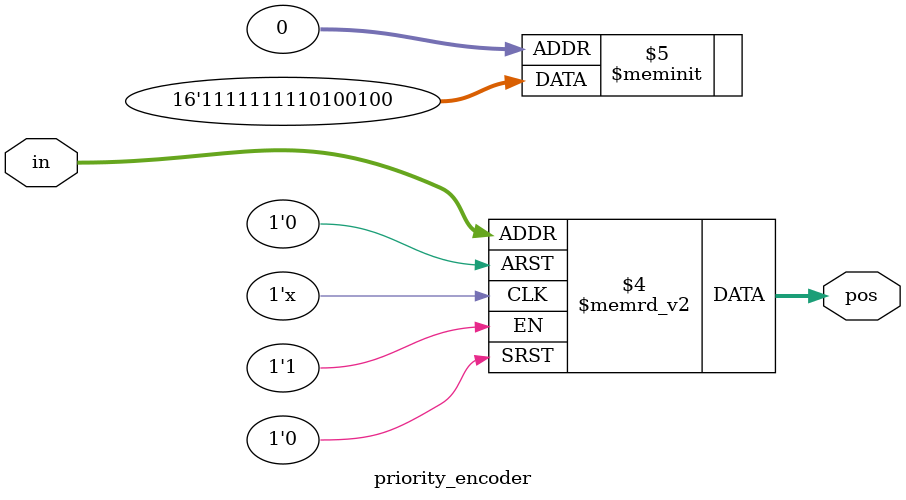
<source format=v>
module priority_encoder( 
input [2:0] in,
output reg [1:0] pos ); 
// When sel=1, assign b to out
always @(in or pos) begin
casex (in)
3'b000: pos = 2'b00;
3'b001: pos = 2'b01;
3'b010: pos = 2'b10;
3'b011: pos = 2'b10;
3'b100: pos = 2'b11;
3'b101: pos = 2'b11;
3'b110: pos = 2'b11;
3'b111: pos = 2'b11;
endcase
end
endmodule

</source>
